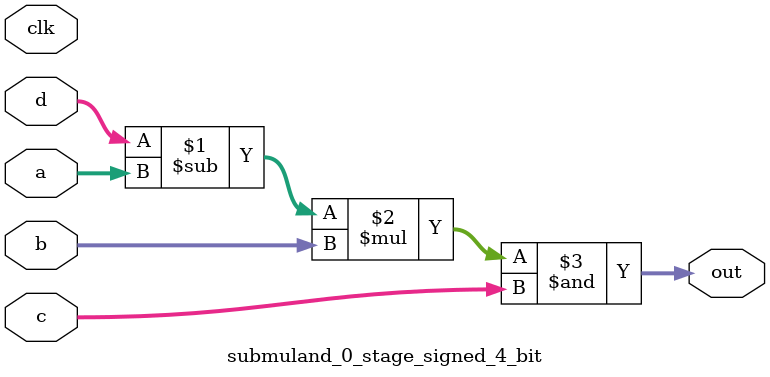
<source format=sv>
(* use_dsp = "yes" *) module submuland_0_stage_signed_4_bit(
	input signed [3:0] a,
	input signed [3:0] b,
	input signed [3:0] c,
	input signed [3:0] d,
	output [3:0] out,
	input clk);

	assign out = ((d - a) * b) & c;
endmodule

</source>
